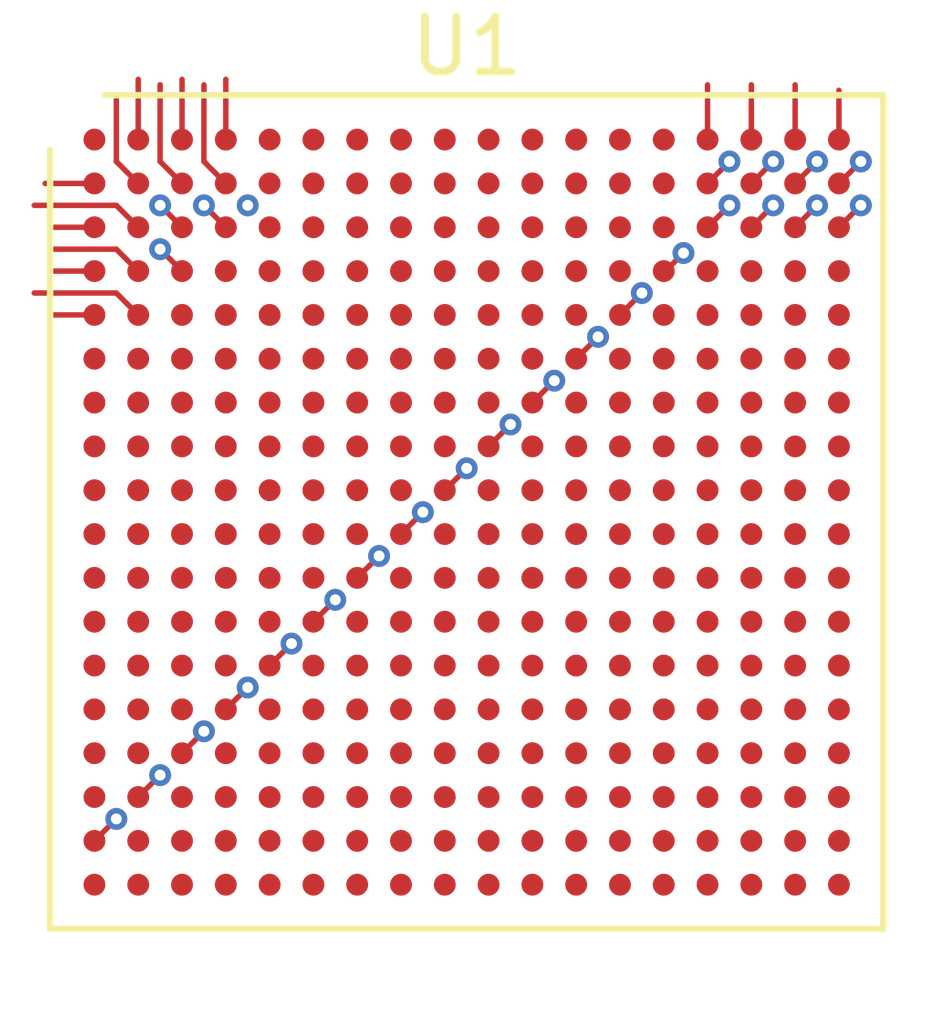
<source format=kicad_pcb>
(kicad_pcb (version 20211014) (generator pcbnew)
  (layers (0 "F.Cu" signal) (31 "B.Cu" signal) (34 "B.Paste" user) (35 "F.Paste" user) (36 "B.SilkS" user "B.Silkscreen") (37 "F.SilkS" user "F.Silkscreen") (38 "B.Mask" user) (39 "F.Mask" user) (44 "Edge.Cuts" user))
  (net 0 "")
  (net 1 "unconnected-(U1-PadA4)")
  (net 12 "unconnected-(U1-PadA15)")
  (net 13 "unconnected-(U1-PadA16)")
  (net 14 "unconnected-(U1-PadA18)")
  (net 15 "unconnected-(U1-PadB3)")
  (net 16 "unconnected-(U1-PadB4)")
  (net 24 "unconnected-(U1-PadB15)")
  (net 25 "unconnected-(U1-PadB16)")
  (net 36 "unconnected-(U1-PadC15)")
  (net 37 "unconnected-(U1-PadC16)")
  (net 38 "unconnected-(U1-PadC17)")
  (net 39 "unconnected-(U1-PadC18)")
  (net 54 "unconnected-(U1-PadE13)")
  (net 58 "unconnected-(U1-PadF12)")
  (net 67 "unconnected-(U1-PadG11)")
  (net 73 "unconnected-(U1-PadH10)")
  (net 108 "TCK")
  (net 109 "TMS")
  (footprint "mylib:Xilinx_CSG324" (layer "F.Cu") (at 87 116)
    (fp_text reference "U1" (at 0 -8.5) (layer "F.SilkS"))
    (fp_text value "XC6SLX100-CSG484")
    (fp_line (start 7.61 7.61) (end -7.61 7.61) (layer "F.SilkS") (width 0.12))
    (fp_line (start -6.61 -7.61) (end 7.61 -7.61) (layer "F.SilkS") (width 0.12))
    (fp_line (start 7.61 -7.61) (end 7.61 7.61) (layer "F.SilkS") (width 0.12))
    (fp_line (start -7.61 7.61) (end -7.61 -6.61) (layer "F.SilkS") (width 0.12))
    (pad "A1" smd circle (at -6.8 -6.8) (size 0.4 0.4) (layers "F.Cu" "F.Paste" "F.Mask"))
    (pad "A2" smd circle (at -6 -6.8) (size 0.4 0.4) (layers "F.Cu" "F.Paste" "F.Mask"))
    (pad "A3" smd circle (at -5.2 -6.8) (size 0.4 0.4) (layers "F.Cu" "F.Paste" "F.Mask"))
    (pad "A4" smd circle (at -4.4 -6.8) (size 0.4 0.4) (layers "F.Cu" "F.Paste" "F.Mask") (net 1 "unconnected-(U1-PadA4)"))
    (pad "A5" smd circle (at -3.6 -6.8) (size 0.4 0.4) (layers "F.Cu" "F.Paste" "F.Mask"))
    (pad "A6" smd circle (at -2.8 -6.8) (size 0.4 0.4) (layers "F.Cu" "F.Paste" "F.Mask"))
    (pad "A7" smd circle (at -2 -6.8) (size 0.4 0.4) (layers "F.Cu" "F.Paste" "F.Mask"))
    (pad "A8" smd circle (at -1.2 -6.8) (size 0.4 0.4) (layers "F.Cu" "F.Paste" "F.Mask"))
    (pad "A9" smd circle (at -0.4 -6.8) (size 0.4 0.4) (layers "F.Cu" "F.Paste" "F.Mask"))
    (pad "A10" smd circle (at 0.4 -6.8) (size 0.4 0.4) (layers "F.Cu" "F.Paste" "F.Mask"))
    (pad "A11" smd circle (at 1.2 -6.8) (size 0.4 0.4) (layers "F.Cu" "F.Paste" "F.Mask"))
    (pad "A12" smd circle (at 2 -6.8) (size 0.4 0.4) (layers "F.Cu" "F.Paste" "F.Mask"))
    (pad "A13" smd circle (at 2.8 -6.8) (size 0.4 0.4) (layers "F.Cu" "F.Paste" "F.Mask"))
    (pad "A14" smd circle (at 3.6 -6.8) (size 0.4 0.4) (layers "F.Cu" "F.Paste" "F.Mask"))
    (pad "A15" smd circle (at 4.4 -6.8) (size 0.4 0.4) (layers "F.Cu" "F.Paste" "F.Mask") (net 12 "unconnected-(U1-PadA15)"))
    (pad "A16" smd circle (at 5.2 -6.8) (size 0.4 0.4) (layers "F.Cu" "F.Paste" "F.Mask") (net 13 "unconnected-(U1-PadA16)"))
    (pad "A17" smd circle (at 6 -6.8) (size 0.4 0.4) (layers "F.Cu" "F.Paste" "F.Mask") (net 108 "TCK"))
    (pad "A18" smd circle (at 6.8 -6.8) (size 0.4 0.4) (layers "F.Cu" "F.Paste" "F.Mask") (net 14 "unconnected-(U1-PadA18)"))
    (pad "B1" smd circle (at -6.8 -6) (size 0.4 0.4) (layers "F.Cu" "F.Paste" "F.Mask"))
    (pad "B2" smd circle (at -6 -6) (size 0.4 0.4) (layers "F.Cu" "F.Paste" "F.Mask"))
    (pad "B3" smd circle (at -5.2 -6) (size 0.4 0.4) (layers "F.Cu" "F.Paste" "F.Mask") (net 15 "unconnected-(U1-PadB3)"))
    (pad "B4" smd circle (at -4.4 -6) (size 0.4 0.4) (layers "F.Cu" "F.Paste" "F.Mask") (net 16 "unconnected-(U1-PadB4)"))
    (pad "B5" smd circle (at -3.6 -6) (size 0.4 0.4) (layers "F.Cu" "F.Paste" "F.Mask"))
    (pad "B6" smd circle (at -2.8 -6) (size 0.4 0.4) (layers "F.Cu" "F.Paste" "F.Mask"))
    (pad "B7" smd circle (at -2 -6) (size 0.4 0.4) (layers "F.Cu" "F.Paste" "F.Mask"))
    (pad "B8" smd circle (at -1.2 -6) (size 0.4 0.4) (layers "F.Cu" "F.Paste" "F.Mask"))
    (pad "B9" smd circle (at -0.4 -6) (size 0.4 0.4) (layers "F.Cu" "F.Paste" "F.Mask"))
    (pad "B10" smd circle (at 0.4 -6) (size 0.4 0.4) (layers "F.Cu" "F.Paste" "F.Mask"))
    (pad "B11" smd circle (at 1.2 -6) (size 0.4 0.4) (layers "F.Cu" "F.Paste" "F.Mask"))
    (pad "B12" smd circle (at 2 -6) (size 0.4 0.4) (layers "F.Cu" "F.Paste" "F.Mask"))
    (pad "B13" smd circle (at 2.8 -6) (size 0.4 0.4) (layers "F.Cu" "F.Paste" "F.Mask"))
    (pad "B14" smd circle (at 3.6 -6) (size 0.4 0.4) (layers "F.Cu" "F.Paste" "F.Mask"))
    (pad "B15" smd circle (at 4.4 -6) (size 0.4 0.4) (layers "F.Cu" "F.Paste" "F.Mask") (net 24 "unconnected-(U1-PadB15)"))
    (pad "B16" smd circle (at 5.2 -6) (size 0.4 0.4) (layers "F.Cu" "F.Paste" "F.Mask") (net 25 "unconnected-(U1-PadB16)"))
    (pad "B17" smd circle (at 6 -6) (size 0.4 0.4) (layers "F.Cu" "F.Paste" "F.Mask"))
    (pad "B18" smd circle (at 6.8 -6) (size 0.4 0.4) (layers "F.Cu" "F.Paste" "F.Mask") (net 109 "TMS"))
    (pad "C1" smd circle (at -6.8 -5.2) (size 0.4 0.4) (layers "F.Cu" "F.Paste" "F.Mask"))
    (pad "C2" smd circle (at -6 -5.2) (size 0.4 0.4) (layers "F.Cu" "F.Paste" "F.Mask"))
    (pad "C3" smd circle (at -5.2 -5.2) (size 0.4 0.4) (layers "F.Cu" "F.Paste" "F.Mask"))
    (pad "C4" smd circle (at -4.4 -5.2) (size 0.4 0.4) (layers "F.Cu" "F.Paste" "F.Mask"))
    (pad "C5" smd circle (at -3.6 -5.2) (size 0.4 0.4) (layers "F.Cu" "F.Paste" "F.Mask"))
    (pad "C6" smd circle (at -2.8 -5.2) (size 0.4 0.4) (layers "F.Cu" "F.Paste" "F.Mask"))
    (pad "C7" smd circle (at -2 -5.2) (size 0.4 0.4) (layers "F.Cu" "F.Paste" "F.Mask"))
    (pad "C8" smd circle (at -1.2 -5.2) (size 0.4 0.4) (layers "F.Cu" "F.Paste" "F.Mask"))
    (pad "C9" smd circle (at -0.4 -5.2) (size 0.4 0.4) (layers "F.Cu" "F.Paste" "F.Mask"))
    (pad "C10" smd circle (at 0.4 -5.2) (size 0.4 0.4) (layers "F.Cu" "F.Paste" "F.Mask"))
    (pad "C11" smd circle (at 1.2 -5.2) (size 0.4 0.4) (layers "F.Cu" "F.Paste" "F.Mask"))
    (pad "C12" smd circle (at 2 -5.2) (size 0.4 0.4) (layers "F.Cu" "F.Paste" "F.Mask"))
    (pad "C13" smd circle (at 2.8 -5.2) (size 0.4 0.4) (layers "F.Cu" "F.Paste" "F.Mask"))
    (pad "C14" smd circle (at 3.6 -5.2) (size 0.4 0.4) (layers "F.Cu" "F.Paste" "F.Mask"))
    (pad "C15" smd circle (at 4.4 -5.2) (size 0.4 0.4) (layers "F.Cu" "F.Paste" "F.Mask") (net 36 "unconnected-(U1-PadC15)"))
    (pad "C16" smd circle (at 5.2 -5.2) (size 0.4 0.4) (layers "F.Cu" "F.Paste" "F.Mask") (net 37 "unconnected-(U1-PadC16)"))
    (pad "C17" smd circle (at 6 -5.2) (size 0.4 0.4) (layers "F.Cu" "F.Paste" "F.Mask") (net 38 "unconnected-(U1-PadC17)"))
    (pad "C18" smd circle (at 6.8 -5.2) (size 0.4 0.4) (layers "F.Cu" "F.Paste" "F.Mask") (net 39 "unconnected-(U1-PadC18)"))
    (pad "D1" smd circle (at -6.8 -4.4) (size 0.4 0.4) (layers "F.Cu" "F.Paste" "F.Mask"))
    (pad "D2" smd circle (at -6 -4.4) (size 0.4 0.4) (layers "F.Cu" "F.Paste" "F.Mask"))
    (pad "D3" smd circle (at -5.2 -4.4) (size 0.4 0.4) (layers "F.Cu" "F.Paste" "F.Mask"))
    (pad "D4" smd circle (at -4.4 -4.4) (size 0.4 0.4) (layers "F.Cu" "F.Paste" "F.Mask"))
    (pad "D5" smd circle (at -3.6 -4.4) (size 0.4 0.4) (layers "F.Cu" "F.Paste" "F.Mask"))
    (pad "D6" smd circle (at -2.8 -4.4) (size 0.4 0.4) (layers "F.Cu" "F.Paste" "F.Mask"))
    (pad "D7" smd circle (at -2 -4.4) (size 0.4 0.4) (layers "F.Cu" "F.Paste" "F.Mask"))
    (pad "D8" smd circle (at -1.2 -4.4) (size 0.4 0.4) (layers "F.Cu" "F.Paste" "F.Mask"))
    (pad "D9" smd circle (at -0.4 -4.4) (size 0.4 0.4) (layers "F.Cu" "F.Paste" "F.Mask"))
    (pad "D10" smd circle (at 0.4 -4.4) (size 0.4 0.4) (layers "F.Cu" "F.Paste" "F.Mask"))
    (pad "D11" smd circle (at 1.2 -4.4) (size 0.4 0.4) (layers "F.Cu" "F.Paste" "F.Mask"))
    (pad "D12" smd circle (at 2 -4.4) (size 0.4 0.4) (layers "F.Cu" "F.Paste" "F.Mask"))
    (pad "D13" smd circle (at 2.8 -4.4) (size 0.4 0.4) (layers "F.Cu" "F.Paste" "F.Mask"))
    (pad "D14" smd circle (at 3.6 -4.4) (size 0.4 0.4) (layers "F.Cu" "F.Paste" "F.Mask"))
    (pad "D15" smd circle (at 4.4 -4.4) (size 0.4 0.4) (layers "F.Cu" "F.Paste" "F.Mask"))
    (pad "D16" smd circle (at 5.2 -4.4) (size 0.4 0.4) (layers "F.Cu" "F.Paste" "F.Mask"))
    (pad "D17" smd circle (at 6 -4.4) (size 0.4 0.4) (layers "F.Cu" "F.Paste" "F.Mask"))
    (pad "D18" smd circle (at 6.8 -4.4) (size 0.4 0.4) (layers "F.Cu" "F.Paste" "F.Mask"))
    (pad "E1" smd circle (at -6.8 -3.6) (size 0.4 0.4) (layers "F.Cu" "F.Paste" "F.Mask"))
    (pad "E2" smd circle (at -6 -3.6) (size 0.4 0.4) (layers "F.Cu" "F.Paste" "F.Mask"))
    (pad "E3" smd circle (at -5.2 -3.6) (size 0.4 0.4) (layers "F.Cu" "F.Paste" "F.Mask"))
    (pad "E4" smd circle (at -4.4 -3.6) (size 0.4 0.4) (layers "F.Cu" "F.Paste" "F.Mask"))
    (pad "E5" smd circle (at -3.6 -3.6) (size 0.4 0.4) (layers "F.Cu" "F.Paste" "F.Mask"))
    (pad "E6" smd circle (at -2.8 -3.6) (size 0.4 0.4) (layers "F.Cu" "F.Paste" "F.Mask"))
    (pad "E7" smd circle (at -2 -3.6) (size 0.4 0.4) (layers "F.Cu" "F.Paste" "F.Mask"))
    (pad "E8" smd circle (at -1.2 -3.6) (size 0.4 0.4) (layers "F.Cu" "F.Paste" "F.Mask"))
    (pad "E9" smd circle (at -0.4 -3.6) (size 0.4 0.4) (layers "F.Cu" "F.Paste" "F.Mask"))
    (pad "E10" smd circle (at 0.4 -3.6) (size 0.4 0.4) (layers "F.Cu" "F.Paste" "F.Mask"))
    (pad "E11" smd circle (at 1.2 -3.6) (size 0.4 0.4) (layers "F.Cu" "F.Paste" "F.Mask"))
    (pad "E12" smd circle (at 2 -3.6) (size 0.4 0.4) (layers "F.Cu" "F.Paste" "F.Mask"))
    (pad "E13" smd circle (at 2.8 -3.6) (size 0.4 0.4) (layers "F.Cu" "F.Paste" "F.Mask") (net 54 "unconnected-(U1-PadE13)"))
    (pad "E14" smd circle (at 3.6 -3.6) (size 0.4 0.4) (layers "F.Cu" "F.Paste" "F.Mask"))
    (pad "E15" smd circle (at 4.4 -3.6) (size 0.4 0.4) (layers "F.Cu" "F.Paste" "F.Mask"))
    (pad "E16" smd circle (at 5.2 -3.6) (size 0.4 0.4) (layers "F.Cu" "F.Paste" "F.Mask"))
    (pad "E17" smd circle (at 6 -3.6) (size 0.4 0.4) (layers "F.Cu" "F.Paste" "F.Mask"))
    (pad "E18" smd circle (at 6.8 -3.6) (size 0.4 0.4) (layers "F.Cu" "F.Paste" "F.Mask"))
    (pad "F1" smd circle (at -6.8 -2.8) (size 0.4 0.4) (layers "F.Cu" "F.Paste" "F.Mask"))
    (pad "F2" smd circle (at -6 -2.8) (size 0.4 0.4) (layers "F.Cu" "F.Paste" "F.Mask"))
    (pad "F3" smd circle (at -5.2 -2.8) (size 0.4 0.4) (layers "F.Cu" "F.Paste" "F.Mask"))
    (pad "F4" smd circle (at -4.4 -2.8) (size 0.4 0.4) (layers "F.Cu" "F.Paste" "F.Mask"))
    (pad "F5" smd circle (at -3.6 -2.8) (size 0.4 0.4) (layers "F.Cu" "F.Paste" "F.Mask"))
    (pad "F6" smd circle (at -2.8 -2.8) (size 0.4 0.4) (layers "F.Cu" "F.Paste" "F.Mask"))
    (pad "F7" smd circle (at -2 -2.8) (size 0.4 0.4) (layers "F.Cu" "F.Paste" "F.Mask"))
    (pad "F8" smd circle (at -1.2 -2.8) (size 0.4 0.4) (layers "F.Cu" "F.Paste" "F.Mask"))
    (pad "F9" smd circle (at -0.4 -2.8) (size 0.4 0.4) (layers "F.Cu" "F.Paste" "F.Mask"))
    (pad "F10" smd circle (at 0.4 -2.8) (size 0.4 0.4) (layers "F.Cu" "F.Paste" "F.Mask"))
    (pad "F11" smd circle (at 1.2 -2.8) (size 0.4 0.4) (layers "F.Cu" "F.Paste" "F.Mask"))
    (pad "F12" smd circle (at 2 -2.8) (size 0.4 0.4) (layers "F.Cu" "F.Paste" "F.Mask") (net 58 "unconnected-(U1-PadF12)"))
    (pad "F13" smd circle (at 2.8 -2.8) (size 0.4 0.4) (layers "F.Cu" "F.Paste" "F.Mask"))
    (pad "F14" smd circle (at 3.6 -2.8) (size 0.4 0.4) (layers "F.Cu" "F.Paste" "F.Mask"))
    (pad "F15" smd circle (at 4.4 -2.8) (size 0.4 0.4) (layers "F.Cu" "F.Paste" "F.Mask"))
    (pad "F16" smd circle (at 5.2 -2.8) (size 0.4 0.4) (layers "F.Cu" "F.Paste" "F.Mask"))
    (pad "F17" smd circle (at 6 -2.8) (size 0.4 0.4) (layers "F.Cu" "F.Paste" "F.Mask"))
    (pad "F18" smd circle (at 6.8 -2.8) (size 0.4 0.4) (layers "F.Cu" "F.Paste" "F.Mask"))
    (pad "G1" smd circle (at -6.8 -2) (size 0.4 0.4) (layers "F.Cu" "F.Paste" "F.Mask"))
    (pad "G2" smd circle (at -6 -2) (size 0.4 0.4) (layers "F.Cu" "F.Paste" "F.Mask"))
    (pad "G3" smd circle (at -5.2 -2) (size 0.4 0.4) (layers "F.Cu" "F.Paste" "F.Mask"))
    (pad "G4" smd circle (at -4.4 -2) (size 0.4 0.4) (layers "F.Cu" "F.Paste" "F.Mask"))
    (pad "G5" smd circle (at -3.6 -2) (size 0.4 0.4) (layers "F.Cu" "F.Paste" "F.Mask"))
    (pad "G6" smd circle (at -2.8 -2) (size 0.4 0.4) (layers "F.Cu" "F.Paste" "F.Mask"))
    (pad "G7" smd circle (at -2 -2) (size 0.4 0.4) (layers "F.Cu" "F.Paste" "F.Mask"))
    (pad "G8" smd circle (at -1.2 -2) (size 0.4 0.4) (layers "F.Cu" "F.Paste" "F.Mask"))
    (pad "G9" smd circle (at -0.4 -2) (size 0.4 0.4) (layers "F.Cu" "F.Paste" "F.Mask"))
    (pad "G10" smd circle (at 0.4 -2) (size 0.4 0.4) (layers "F.Cu" "F.Paste" "F.Mask"))
    (pad "G11" smd circle (at 1.2 -2) (size 0.4 0.4) (layers "F.Cu" "F.Paste" "F.Mask") (net 67 "unconnected-(U1-PadG11)"))
    (pad "G12" smd circle (at 2 -2) (size 0.4 0.4) (layers "F.Cu" "F.Paste" "F.Mask"))
    (pad "G13" smd circle (at 2.8 -2) (size 0.4 0.4) (layers "F.Cu" "F.Paste" "F.Mask"))
    (pad "G14" smd circle (at 3.6 -2) (size 0.4 0.4) (layers "F.Cu" "F.Paste" "F.Mask"))
    (pad "G15" smd circle (at 4.4 -2) (size 0.4 0.4) (layers "F.Cu" "F.Paste" "F.Mask"))
    (pad "G16" smd circle (at 5.2 -2) (size 0.4 0.4) (layers "F.Cu" "F.Paste" "F.Mask"))
    (pad "G17" smd circle (at 6 -2) (size 0.4 0.4) (layers "F.Cu" "F.Paste" "F.Mask"))
    (pad "G18" smd circle (at 6.8 -2) (size 0.4 0.4) (layers "F.Cu" "F.Paste" "F.Mask"))
    (pad "H1" smd circle (at -6.8 -1.2) (size 0.4 0.4) (layers "F.Cu" "F.Paste" "F.Mask"))
    (pad "H2" smd circle (at -6 -1.2) (size 0.4 0.4) (layers "F.Cu" "F.Paste" "F.Mask"))
    (pad "H3" smd circle (at -5.2 -1.2) (size 0.4 0.4) (layers "F.Cu" "F.Paste" "F.Mask"))
    (pad "H4" smd circle (at -4.4 -1.2) (size 0.4 0.4) (layers "F.Cu" "F.Paste" "F.Mask"))
    (pad "H5" smd circle (at -3.6 -1.2) (size 0.4 0.4) (layers "F.Cu" "F.Paste" "F.Mask"))
    (pad "H6" smd circle (at -2.8 -1.2) (size 0.4 0.4) (layers "F.Cu" "F.Paste" "F.Mask"))
    (pad "H7" smd circle (at -2 -1.2) (size 0.4 0.4) (layers "F.Cu" "F.Paste" "F.Mask"))
    (pad "H8" smd circle (at -1.2 -1.2) (size 0.4 0.4) (layers "F.Cu" "F.Paste" "F.Mask"))
    (pad "H9" smd circle (at -0.4 -1.2) (size 0.4 0.4) (layers "F.Cu" "F.Paste" "F.Mask"))
    (pad "H10" smd circle (at 0.4 -1.2) (size 0.4 0.4) (layers "F.Cu" "F.Paste" "F.Mask") (net 73 "unconnected-(U1-PadH10)"))
    (pad "H11" smd circle (at 1.2 -1.2) (size 0.4 0.4) (layers "F.Cu" "F.Paste" "F.Mask"))
    (pad "H12" smd circle (at 2 -1.2) (size 0.4 0.4) (layers "F.Cu" "F.Paste" "F.Mask"))
    (pad "H13" smd circle (at 2.8 -1.2) (size 0.4 0.4) (layers "F.Cu" "F.Paste" "F.Mask"))
    (pad "H14" smd circle (at 3.6 -1.2) (size 0.4 0.4) (layers "F.Cu" "F.Paste" "F.Mask"))
    (pad "H15" smd circle (at 4.4 -1.2) (size 0.4 0.4) (layers "F.Cu" "F.Paste" "F.Mask"))
    (pad "H16" smd circle (at 5.2 -1.2) (size 0.4 0.4) (layers "F.Cu" "F.Paste" "F.Mask"))
    (pad "H17" smd circle (at 6 -1.2) (size 0.4 0.4) (layers "F.Cu" "F.Paste" "F.Mask"))
    (pad "H18" smd circle (at 6.8 -1.2) (size 0.4 0.4) (layers "F.Cu" "F.Paste" "F.Mask"))
    (pad "J1" smd circle (at -6.8 -0.4) (size 0.4 0.4) (layers "F.Cu" "F.Paste" "F.Mask"))
    (pad "J2" smd circle (at -6 -0.4) (size 0.4 0.4) (layers "F.Cu" "F.Paste" "F.Mask"))
    (pad "J3" smd circle (at -5.2 -0.4) (size 0.4 0.4) (layers "F.Cu" "F.Paste" "F.Mask"))
    (pad "J4" smd circle (at -4.4 -0.4) (size 0.4 0.4) (layers "F.Cu" "F.Paste" "F.Mask"))
    (pad "J5" smd circle (at -3.6 -0.4) (size 0.4 0.4) (layers "F.Cu" "F.Paste" "F.Mask"))
    (pad "J6" smd circle (at -2.8 -0.4) (size 0.4 0.4) (layers "F.Cu" "F.Paste" "F.Mask"))
    (pad "J7" smd circle (at -2 -0.4) (size 0.4 0.4) (layers "F.Cu" "F.Paste" "F.Mask"))
    (pad "J8" smd circle (at -1.2 -0.4) (size 0.4 0.4) (layers "F.Cu" "F.Paste" "F.Mask"))
    (pad "J9" smd circle (at -0.4 -0.4) (size 0.4 0.4) (layers "F.Cu" "F.Paste" "F.Mask"))
    (pad "J10" smd circle (at 0.4 -0.4) (size 0.4 0.4) (layers "F.Cu" "F.Paste" "F.Mask"))
    (pad "J11" smd circle (at 1.2 -0.4) (size 0.4 0.4) (layers "F.Cu" "F.Paste" "F.Mask"))
    (pad "J12" smd circle (at 2 -0.4) (size 0.4 0.4) (layers "F.Cu" "F.Paste" "F.Mask"))
    (pad "J13" smd circle (at 2.8 -0.4) (size 0.4 0.4) (layers "F.Cu" "F.Paste" "F.Mask"))
    (pad "J14" smd circle (at 3.6 -0.4) (size 0.4 0.4) (layers "F.Cu" "F.Paste" "F.Mask"))
    (pad "J15" smd circle (at 4.4 -0.4) (size 0.4 0.4) (layers "F.Cu" "F.Paste" "F.Mask"))
    (pad "J16" smd circle (at 5.2 -0.4) (size 0.4 0.4) (layers "F.Cu" "F.Paste" "F.Mask"))
    (pad "J17" smd circle (at 6 -0.4) (size 0.4 0.4) (layers "F.Cu" "F.Paste" "F.Mask"))
    (pad "J18" smd circle (at 6.8 -0.4) (size 0.4 0.4) (layers "F.Cu" "F.Paste" "F.Mask"))
    (pad "K1" smd circle (at -6.8 0.4) (size 0.4 0.4) (layers "F.Cu" "F.Paste" "F.Mask"))
    (pad "K2" smd circle (at -6 0.4) (size 0.4 0.4) (layers "F.Cu" "F.Paste" "F.Mask"))
    (pad "K3" smd circle (at -5.2 0.4) (size 0.4 0.4) (layers "F.Cu" "F.Paste" "F.Mask"))
    (pad "K4" smd circle (at -4.4 0.4) (size 0.4 0.4) (layers "F.Cu" "F.Paste" "F.Mask"))
    (pad "K5" smd circle (at -3.6 0.4) (size 0.4 0.4) (layers "F.Cu" "F.Paste" "F.Mask"))
    (pad "K6" smd circle (at -2.8 0.4) (size 0.4 0.4) (layers "F.Cu" "F.Paste" "F.Mask"))
    (pad "K7" smd circle (at -2 0.4) (size 0.4 0.4) (layers "F.Cu" "F.Paste" "F.Mask"))
    (pad "K8" smd circle (at -1.2 0.4) (size 0.4 0.4) (layers "F.Cu" "F.Paste" "F.Mask"))
    (pad "K9" smd circle (at -0.4 0.4) (size 0.4 0.4) (layers "F.Cu" "F.Paste" "F.Mask"))
    (pad "K10" smd circle (at 0.4 0.4) (size 0.4 0.4) (layers "F.Cu" "F.Paste" "F.Mask"))
    (pad "K11" smd circle (at 1.2 0.4) (size 0.4 0.4) (layers "F.Cu" "F.Paste" "F.Mask"))
    (pad "K12" smd circle (at 2 0.4) (size 0.4 0.4) (layers "F.Cu" "F.Paste" "F.Mask"))
    (pad "K13" smd circle (at 2.8 0.4) (size 0.4 0.4) (layers "F.Cu" "F.Paste" "F.Mask"))
    (pad "K14" smd circle (at 3.6 0.4) (size 0.4 0.4) (layers "F.Cu" "F.Paste" "F.Mask"))
    (pad "K15" smd circle (at 4.4 0.4) (size 0.4 0.4) (layers "F.Cu" "F.Paste" "F.Mask"))
    (pad "K16" smd circle (at 5.2 0.4) (size 0.4 0.4) (layers "F.Cu" "F.Paste" "F.Mask"))
    (pad "K17" smd circle (at 6 0.4) (size 0.4 0.4) (layers "F.Cu" "F.Paste" "F.Mask"))
    (pad "K18" smd circle (at 6.8 0.4) (size 0.4 0.4) (layers "F.Cu" "F.Paste" "F.Mask"))
    (pad "L1" smd circle (at -6.8 1.2) (size 0.4 0.4) (layers "F.Cu" "F.Paste" "F.Mask"))
    (pad "L2" smd circle (at -6 1.2) (size 0.4 0.4) (layers "F.Cu" "F.Paste" "F.Mask"))
    (pad "L3" smd circle (at -5.2 1.2) (size 0.4 0.4) (layers "F.Cu" "F.Paste" "F.Mask"))
    (pad "L4" smd circle (at -4.4 1.2) (size 0.4 0.4) (layers "F.Cu" "F.Paste" "F.Mask"))
    (pad "L5" smd circle (at -3.6 1.2) (size 0.4 0.4) (layers "F.Cu" "F.Paste" "F.Mask"))
    (pad "L6" smd circle (at -2.8 1.2) (size 0.4 0.4) (layers "F.Cu" "F.Paste" "F.Mask"))
    (pad "L7" smd circle (at -2 1.2) (size 0.4 0.4) (layers "F.Cu" "F.Paste" "F.Mask"))
    (pad "L8" smd circle (at -1.2 1.2) (size 0.4 0.4) (layers "F.Cu" "F.Paste" "F.Mask"))
    (pad "L9" smd circle (at -0.4 1.2) (size 0.4 0.4) (layers "F.Cu" "F.Paste" "F.Mask"))
    (pad "L10" smd circle (at 0.4 1.2) (size 0.4 0.4) (layers "F.Cu" "F.Paste" "F.Mask"))
    (pad "L11" smd circle (at 1.2 1.2) (size 0.4 0.4) (layers "F.Cu" "F.Paste" "F.Mask"))
    (pad "L12" smd circle (at 2 1.2) (size 0.4 0.4) (layers "F.Cu" "F.Paste" "F.Mask"))
    (pad "L13" smd circle (at 2.8 1.2) (size 0.4 0.4) (layers "F.Cu" "F.Paste" "F.Mask"))
    (pad "L14" smd circle (at 3.6 1.2) (size 0.4 0.4) (layers "F.Cu" "F.Paste" "F.Mask"))
    (pad "L15" smd circle (at 4.4 1.2) (size 0.4 0.4) (layers "F.Cu" "F.Paste" "F.Mask"))
    (pad "L16" smd circle (at 5.2 1.2) (size 0.4 0.4) (layers "F.Cu" "F.Paste" "F.Mask"))
    (pad "L17" smd circle (at 6 1.2) (size 0.4 0.4) (layers "F.Cu" "F.Paste" "F.Mask"))
    (pad "L18" smd circle (at 6.8 1.2) (size 0.4 0.4) (layers "F.Cu" "F.Paste" "F.Mask"))
    (pad "M1" smd circle (at -6.8 2) (size 0.4 0.4) (layers "F.Cu" "F.Paste" "F.Mask"))
    (pad "M2" smd circle (at -6 2) (size 0.4 0.4) (layers "F.Cu" "F.Paste" "F.Mask"))
    (pad "M3" smd circle (at -5.2 2) (size 0.4 0.4) (layers "F.Cu" "F.Paste" "F.Mask"))
    (pad "M4" smd circle (at -4.4 2) (size 0.4 0.4) (layers "F.Cu" "F.Paste" "F.Mask"))
    (pad "M5" smd circle (at -3.6 2) (size 0.4 0.4) (layers "F.Cu" "F.Paste" "F.Mask"))
    (pad "M6" smd circle (at -2.8 2) (size 0.4 0.4) (layers "F.Cu" "F.Paste" "F.Mask"))
    (pad "M7" smd circle (at -2 2) (size 0.4 0.4) (layers "F.Cu" "F.Paste" "F.Mask"))
    (pad "M8" smd circle (at -1.2 2) (size 0.4 0.4) (layers "F.Cu" "F.Paste" "F.Mask"))
    (pad "M9" smd circle (at -0.4 2) (size 0.4 0.4) (layers "F.Cu" "F.Paste" "F.Mask"))
    (pad "M10" smd circle (at 0.4 2) (size 0.4 0.4) (layers "F.Cu" "F.Paste" "F.Mask"))
    (pad "M11" smd circle (at 1.2 2) (size 0.4 0.4) (layers "F.Cu" "F.Paste" "F.Mask"))
    (pad "M12" smd circle (at 2 2) (size 0.4 0.4) (layers "F.Cu" "F.Paste" "F.Mask"))
    (pad "M13" smd circle (at 2.8 2) (size 0.4 0.4) (layers "F.Cu" "F.Paste" "F.Mask"))
    (pad "M14" smd circle (at 3.6 2) (size 0.4 0.4) (layers "F.Cu" "F.Paste" "F.Mask"))
    (pad "M15" smd circle (at 4.4 2) (size 0.4 0.4) (layers "F.Cu" "F.Paste" "F.Mask"))
    (pad "M16" smd circle (at 5.2 2) (size 0.4 0.4) (layers "F.Cu" "F.Paste" "F.Mask"))
    (pad "M17" smd circle (at 6 2) (size 0.4 0.4) (layers "F.Cu" "F.Paste" "F.Mask"))
    (pad "M18" smd circle (at 6.8 2) (size 0.4 0.4) (layers "F.Cu" "F.Paste" "F.Mask"))
    (pad "N1" smd circle (at -6.8 2.8) (size 0.4 0.4) (layers "F.Cu" "F.Paste" "F.Mask"))
    (pad "N2" smd circle (at -6 2.8) (size 0.4 0.4) (layers "F.Cu" "F.Paste" "F.Mask"))
    (pad "N3" smd circle (at -5.2 2.8) (size 0.4 0.4) (layers "F.Cu" "F.Paste" "F.Mask"))
    (pad "N4" smd circle (at -4.4 2.8) (size 0.4 0.4) (layers "F.Cu" "F.Paste" "F.Mask"))
    (pad "N5" smd circle (at -3.6 2.8) (size 0.4 0.4) (layers "F.Cu" "F.Paste" "F.Mask"))
    (pad "N6" smd circle (at -2.8 2.8) (size 0.4 0.4) (layers "F.Cu" "F.Paste" "F.Mask"))
    (pad "N7" smd circle (at -2 2.8) (size 0.4 0.4) (layers "F.Cu" "F.Paste" "F.Mask"))
    (pad "N8" smd circle (at -1.2 2.8) (size 0.4 0.4) (layers "F.Cu" "F.Paste" "F.Mask"))
    (pad "N9" smd circle (at -0.4 2.8) (size 0.4 0.4) (layers "F.Cu" "F.Paste" "F.Mask"))
    (pad "N10" smd circle (at 0.4 2.8) (size 0.4 0.4) (layers "F.Cu" "F.Paste" "F.Mask"))
    (pad "N11" smd circle (at 1.2 2.8) (size 0.4 0.4) (layers "F.Cu" "F.Paste" "F.Mask"))
    (pad "N12" smd circle (at 2 2.8) (size 0.4 0.4) (layers "F.Cu" "F.Paste" "F.Mask"))
    (pad "N13" smd circle (at 2.8 2.8) (size 0.4 0.4) (layers "F.Cu" "F.Paste" "F.Mask"))
    (pad "N14" smd circle (at 3.6 2.8) (size 0.4 0.4) (layers "F.Cu" "F.Paste" "F.Mask"))
    (pad "N15" smd circle (at 4.4 2.8) (size 0.4 0.4) (layers "F.Cu" "F.Paste" "F.Mask"))
    (pad "N16" smd circle (at 5.2 2.8) (size 0.4 0.4) (layers "F.Cu" "F.Paste" "F.Mask"))
    (pad "N17" smd circle (at 6 2.8) (size 0.4 0.4) (layers "F.Cu" "F.Paste" "F.Mask"))
    (pad "N18" smd circle (at 6.8 2.8) (size 0.4 0.4) (layers "F.Cu" "F.Paste" "F.Mask"))
    (pad "P1" smd circle (at -6.8 3.6) (size 0.4 0.4) (layers "F.Cu" "F.Paste" "F.Mask"))
    (pad "P2" smd circle (at -6 3.6) (size 0.4 0.4) (layers "F.Cu" "F.Paste" "F.Mask"))
    (pad "P3" smd circle (at -5.2 3.6) (size 0.4 0.4) (layers "F.Cu" "F.Paste" "F.Mask"))
    (pad "P4" smd circle (at -4.4 3.6) (size 0.4 0.4) (layers "F.Cu" "F.Paste" "F.Mask"))
    (pad "P5" smd circle (at -3.6 3.6) (size 0.4 0.4) (layers "F.Cu" "F.Paste" "F.Mask"))
    (pad "P6" smd circle (at -2.8 3.6) (size 0.4 0.4) (layers "F.Cu" "F.Paste" "F.Mask"))
    (pad "P7" smd circle (at -2 3.6) (size 0.4 0.4) (layers "F.Cu" "F.Paste" "F.Mask"))
    (pad "P8" smd circle (at -1.2 3.6) (size 0.4 0.4) (layers "F.Cu" "F.Paste" "F.Mask"))
    (pad "P9" smd circle (at -0.4 3.6) (size 0.4 0.4) (layers "F.Cu" "F.Paste" "F.Mask"))
    (pad "P10" smd circle (at 0.4 3.6) (size 0.4 0.4) (layers "F.Cu" "F.Paste" "F.Mask"))
    (pad "P11" smd circle (at 1.2 3.6) (size 0.4 0.4) (layers "F.Cu" "F.Paste" "F.Mask"))
    (pad "P12" smd circle (at 2 3.6) (size 0.4 0.4) (layers "F.Cu" "F.Paste" "F.Mask"))
    (pad "P13" smd circle (at 2.8 3.6) (size 0.4 0.4) (layers "F.Cu" "F.Paste" "F.Mask"))
    (pad "P14" smd circle (at 3.6 3.6) (size 0.4 0.4) (layers "F.Cu" "F.Paste" "F.Mask"))
    (pad "P15" smd circle (at 4.4 3.6) (size 0.4 0.4) (layers "F.Cu" "F.Paste" "F.Mask"))
    (pad "P16" smd circle (at 5.2 3.6) (size 0.4 0.4) (layers "F.Cu" "F.Paste" "F.Mask"))
    (pad "P17" smd circle (at 6 3.6) (size 0.4 0.4) (layers "F.Cu" "F.Paste" "F.Mask"))
    (pad "P18" smd circle (at 6.8 3.6) (size 0.4 0.4) (layers "F.Cu" "F.Paste" "F.Mask"))
    (pad "R1" smd circle (at -6.8 4.4) (size 0.4 0.4) (layers "F.Cu" "F.Paste" "F.Mask"))
    (pad "R2" smd circle (at -6 4.4) (size 0.4 0.4) (layers "F.Cu" "F.Paste" "F.Mask"))
    (pad "R3" smd circle (at -5.2 4.4) (size 0.4 0.4) (layers "F.Cu" "F.Paste" "F.Mask"))
    (pad "R4" smd circle (at -4.4 4.4) (size 0.4 0.4) (layers "F.Cu" "F.Paste" "F.Mask"))
    (pad "R5" smd circle (at -3.6 4.4) (size 0.4 0.4) (layers "F.Cu" "F.Paste" "F.Mask"))
    (pad "R6" smd circle (at -2.8 4.4) (size 0.4 0.4) (layers "F.Cu" "F.Paste" "F.Mask"))
    (pad "R7" smd circle (at -2 4.4) (size 0.4 0.4) (layers "F.Cu" "F.Paste" "F.Mask"))
    (pad "R8" smd circle (at -1.2 4.4) (size 0.4 0.4) (layers "F.Cu" "F.Paste" "F.Mask"))
    (pad "R9" smd circle (at -0.4 4.4) (size 0.4 0.4) (layers "F.Cu" "F.Paste" "F.Mask"))
    (pad "R10" smd circle (at 0.4 4.4) (size 0.4 0.4) (layers "F.Cu" "F.Paste" "F.Mask"))
    (pad "R11" smd circle (at 1.2 4.4) (size 0.4 0.4) (layers "F.Cu" "F.Paste" "F.Mask"))
    (pad "R12" smd circle (at 2 4.4) (size 0.4 0.4) (layers "F.Cu" "F.Paste" "F.Mask"))
    (pad "R13" smd circle (at 2.8 4.4) (size 0.4 0.4) (layers "F.Cu" "F.Paste" "F.Mask"))
    (pad "R14" smd circle (at 3.6 4.4) (size 0.4 0.4) (layers "F.Cu" "F.Paste" "F.Mask"))
    (pad "R15" smd circle (at 4.4 4.4) (size 0.4 0.4) (layers "F.Cu" "F.Paste" "F.Mask"))
    (pad "R16" smd circle (at 5.2 4.4) (size 0.4 0.4) (layers "F.Cu" "F.Paste" "F.Mask"))
    (pad "R17" smd circle (at 6 4.4) (size 0.4 0.4) (layers "F.Cu" "F.Paste" "F.Mask"))
    (pad "R18" smd circle (at 6.8 4.4) (size 0.4 0.4) (layers "F.Cu" "F.Paste" "F.Mask"))
    (pad "T1" smd circle (at -6.8 5.2) (size 0.4 0.4) (layers "F.Cu" "F.Paste" "F.Mask"))
    (pad "T2" smd circle (at -6 5.2) (size 0.4 0.4) (layers "F.Cu" "F.Paste" "F.Mask"))
    (pad "T3" smd circle (at -5.2 5.2) (size 0.4 0.4) (layers "F.Cu" "F.Paste" "F.Mask"))
    (pad "T4" smd circle (at -4.4 5.2) (size 0.4 0.4) (layers "F.Cu" "F.Paste" "F.Mask"))
    (pad "T5" smd circle (at -3.6 5.2) (size 0.4 0.4) (layers "F.Cu" "F.Paste" "F.Mask"))
    (pad "T6" smd circle (at -2.8 5.2) (size 0.4 0.4) (layers "F.Cu" "F.Paste" "F.Mask"))
    (pad "T7" smd circle (at -2 5.2) (size 0.4 0.4) (layers "F.Cu" "F.Paste" "F.Mask"))
    (pad "T8" smd circle (at -1.2 5.2) (size 0.4 0.4) (layers "F.Cu" "F.Paste" "F.Mask"))
    (pad "T9" smd circle (at -0.4 5.2) (size 0.4 0.4) (layers "F.Cu" "F.Paste" "F.Mask"))
    (pad "T10" smd circle (at 0.4 5.2) (size 0.4 0.4) (layers "F.Cu" "F.Paste" "F.Mask"))
    (pad "T11" smd circle (at 1.2 5.2) (size 0.4 0.4) (layers "F.Cu" "F.Paste" "F.Mask"))
    (pad "T12" smd circle (at 2 5.2) (size 0.4 0.4) (layers "F.Cu" "F.Paste" "F.Mask"))
    (pad "T13" smd circle (at 2.8 5.2) (size 0.4 0.4) (layers "F.Cu" "F.Paste" "F.Mask"))
    (pad "T14" smd circle (at 3.6 5.2) (size 0.4 0.4) (layers "F.Cu" "F.Paste" "F.Mask"))
    (pad "T15" smd circle (at 4.4 5.2) (size 0.4 0.4) (layers "F.Cu" "F.Paste" "F.Mask"))
    (pad "T16" smd circle (at 5.2 5.2) (size 0.4 0.4) (layers "F.Cu" "F.Paste" "F.Mask"))
    (pad "T17" smd circle (at 6 5.2) (size 0.4 0.4) (layers "F.Cu" "F.Paste" "F.Mask"))
    (pad "T18" smd circle (at 6.8 5.2) (size 0.4 0.4) (layers "F.Cu" "F.Paste" "F.Mask"))
    (pad "U1" smd circle (at -6.8 6) (size 0.4 0.4) (layers "F.Cu" "F.Paste" "F.Mask"))
    (pad "U2" smd circle (at -6 6) (size 0.4 0.4) (layers "F.Cu" "F.Paste" "F.Mask"))
    (pad "U3" smd circle (at -5.2 6) (size 0.4 0.4) (layers "F.Cu" "F.Paste" "F.Mask"))
    (pad "U4" smd circle (at -4.4 6) (size 0.4 0.4) (layers "F.Cu" "F.Paste" "F.Mask"))
    (pad "U5" smd circle (at -3.6 6) (size 0.4 0.4) (layers "F.Cu" "F.Paste" "F.Mask"))
    (pad "U6" smd circle (at -2.8 6) (size 0.4 0.4) (layers "F.Cu" "F.Paste" "F.Mask"))
    (pad "U7" smd circle (at -2 6) (size 0.4 0.4) (layers "F.Cu" "F.Paste" "F.Mask"))
    (pad "U8" smd circle (at -1.2 6) (size 0.4 0.4) (layers "F.Cu" "F.Paste" "F.Mask"))
    (pad "U9" smd circle (at -0.4 6) (size 0.4 0.4) (layers "F.Cu" "F.Paste" "F.Mask"))
    (pad "U10" smd circle (at 0.4 6) (size 0.4 0.4) (layers "F.Cu" "F.Paste" "F.Mask"))
    (pad "U11" smd circle (at 1.2 6) (size 0.4 0.4) (layers "F.Cu" "F.Paste" "F.Mask"))
    (pad "U12" smd circle (at 2 6) (size 0.4 0.4) (layers "F.Cu" "F.Paste" "F.Mask"))
    (pad "U13" smd circle (at 2.8 6) (size 0.4 0.4) (layers "F.Cu" "F.Paste" "F.Mask"))
    (pad "U14" smd circle (at 3.6 6) (size 0.4 0.4) (layers "F.Cu" "F.Paste" "F.Mask"))
    (pad "U15" smd circle (at 4.4 6) (size 0.4 0.4) (layers "F.Cu" "F.Paste" "F.Mask"))
    (pad "U16" smd circle (at 5.2 6) (size 0.4 0.4) (layers "F.Cu" "F.Paste" "F.Mask"))
    (pad "U17" smd circle (at 6 6) (size 0.4 0.4) (layers "F.Cu" "F.Paste" "F.Mask"))
    (pad "U18" smd circle (at 6.8 6) (size 0.4 0.4) (layers "F.Cu" "F.Paste" "F.Mask"))
    (pad "V1" smd circle (at -6.8 6.8) (size 0.4 0.4) (layers "F.Cu" "F.Paste" "F.Mask"))
    (pad "V2" smd circle (at -6 6.8) (size 0.4 0.4) (layers "F.Cu" "F.Paste" "F.Mask"))
    (pad "V3" smd circle (at -5.2 6.8) (size 0.4 0.4) (layers "F.Cu" "F.Paste" "F.Mask"))
    (pad "V4" smd circle (at -4.4 6.8) (size 0.4 0.4) (layers "F.Cu" "F.Paste" "F.Mask"))
    (pad "V5" smd circle (at -3.6 6.8) (size 0.4 0.4) (layers "F.Cu" "F.Paste" "F.Mask"))
    (pad "V6" smd circle (at -2.8 6.8) (size 0.4 0.4) (layers "F.Cu" "F.Paste" "F.Mask"))
    (pad "V7" smd circle (at -2 6.8) (size 0.4 0.4) (layers "F.Cu" "F.Paste" "F.Mask"))
    (pad "V8" smd circle (at -1.2 6.8) (size 0.4 0.4) (layers "F.Cu" "F.Paste" "F.Mask"))
    (pad "V9" smd circle (at -0.4 6.8) (size 0.4 0.4) (layers "F.Cu" "F.Paste" "F.Mask"))
    (pad "V10" smd circle (at 0.4 6.8) (size 0.4 0.4) (layers "F.Cu" "F.Paste" "F.Mask"))
    (pad "V11" smd circle (at 1.2 6.8) (size 0.4 0.4) (layers "F.Cu" "F.Paste" "F.Mask"))
    (pad "V12" smd circle (at 2 6.8) (size 0.4 0.4) (layers "F.Cu" "F.Paste" "F.Mask"))
    (pad "V13" smd circle (at 2.8 6.8) (size 0.4 0.4) (layers "F.Cu" "F.Paste" "F.Mask"))
    (pad "V14" smd circle (at 3.6 6.8) (size 0.4 0.4) (layers "F.Cu" "F.Paste" "F.Mask"))
    (pad "V15" smd circle (at 4.4 6.8) (size 0.4 0.4) (layers "F.Cu" "F.Paste" "F.Mask"))
    (pad "V16" smd circle (at 5.2 6.8) (size 0.4 0.4) (layers "F.Cu" "F.Paste" "F.Mask"))
    (pad "V17" smd circle (at 6 6.8) (size 0.4 0.4) (layers "F.Cu" "F.Paste" "F.Mask"))
    (pad "V18" smd circle (at 6.8 6.8) (size 0.4 0.4) (layers "F.Cu" "F.Paste" "F.Mask"))
  )
  (segment (start 80.2 111.6) (end 79.4 111.6) (width 0.1) (layer "F.Cu") (net 0))
  (segment (start 93 110) (end 93.4 109.6) (width 0.1) (layer "F.Cu") (net 0))
  (segment (start 85.8 116.4) (end 86.2 116) (width 0.1) (layer "F.Cu") (net 0))
  (segment (start 84.2 118) (end 84.6 117.6) (width 0.1) (layer "F.Cu") (net 0))
  (segment (start 80.6 110.4) (end 79.1 110.4) (width 0.1) (layer "F.Cu") (net 0))
  (segment (start 81.8 111.6) (end 81.4 111.2) (width 0.1) (layer "F.Cu") (net 0))
  (segment (start 80.6 109.6) (end 80.6 108.4) (width 0.1) (layer "F.Cu") (net 0))
  (segment (start 80.2 112.4) (end 79.4 112.4) (width 0.1) (layer "F.Cu") (net 0))
  (segment (start 81 112.4) (end 80.6 112) (width 0.1) (layer "F.Cu") (net 0))
  (segment (start 81.8 120.4) (end 82.2 120) (width 0.1) (layer "F.Cu") (net 0))
  (segment (start 80.2 110.8) (end 79.4 110.8) (width 0.1) (layer "F.Cu") (net 0))
  (segment (start 80.6 111.2) (end 79.4 111.2) (width 0.1) (layer "F.Cu") (net 0))
  (segment (start 80.2 122) (end 80.6 121.6) (width 0.1) (layer "F.Cu") (net 0))
  (segment (start 82.6 110.8) (end 82.2 110.4) (width 0.1) (layer "F.Cu") (net 0))
  (segment (start 90.6 111.6) (end 90.630696 111.6) (width 0.1) (layer "F.Cu") (net 0))
  (segment (start 81.8 109.2) (end 81.8 108.1) (width 0.1) (layer "F.Cu") (net 0))
  (segment (start 90.630696 111.6) (end 90.960398 111.270298) (width 0.1) (layer "F.Cu") (net 0))
  (segment (start 80.6 112) (end 79.1 112) (width 0.1) (layer "F.Cu") (net 0))
  (segment (start 82.6 119.6) (end 83 119.2) (width 0.1) (layer "F.Cu") (net 0))
  (segment (start 81.8 110.8) (end 81.4 110.4) (width 0.1) (layer "F.Cu") (net 0))
  (segment (start 80.2 110) (end 79.3 110) (width 0.1) (layer "F.Cu") (net 0))
  (segment (start 81 109.2) (end 81 108.1) (width 0.1) (layer "F.Cu") (net 0))
  (segment (start 85 117.2) (end 85.4 116.8) (width 0.1) (layer "F.Cu") (net 0))
  (segment (start 83.4 118.8) (end 83.8 118.4) (width 0.1) (layer "F.Cu") (net 0))
  (segment (start 81 110.8) (end 80.6 110.4) (width 0.1) (layer "F.Cu") (net 0))
  (segment (start 81 110) (end 80.6 109.6) (width 0.1) (layer "F.Cu") (net 0))
  (segment (start 81 121.2) (end 81.4 120.8) (width 0.1) (layer "F.Cu") (net 0))
  (segment (start 86.6 115.6) (end 87 115.2) (width 0.1) (layer "F.Cu") (net 0))
  (segment (start 81 111.6) (end 80.6 111.2) (width 0.1) (layer "F.Cu") (net 0))
  (via (at 80.6 121.6) (size 0.4) (drill 0.2) (layers "F.Cu" "B.Cu") (net 0))
  (via (at 86.2 116) (size 0.4) (drill 0.2) (layers "F.Cu" "B.Cu") (net 0))
  (via (at 85.4 116.8) (size 0.4) (drill 0.2) (layers "F.Cu" "B.Cu") (net 0))
  (via (at 82.2 110.4) (size 0.4) (drill 0.2) (layers "F.Cu" "B.Cu") (net 0))
  (via (at 81.4 120.8) (size 0.4) (drill 0.2) (layers "F.Cu" "B.Cu") (net 0))
  (via (at 83 110.4) (size 0.4) (drill 0.2) (layers "F.Cu" "B.Cu") (net 0))
  (via (at 87 115.2) (size 0.4) (drill 0.2) (layers "F.Cu" "B.Cu") (net 0))
  (via (at 83.8 118.4) (size 0.4) (drill 0.2) (layers "F.Cu" "B.Cu") (net 0))
  (via (at 81.4 111.2) (size 0.4) (drill 0.2) (layers "F.Cu" "B.Cu") (net 0))
  (via (at 82.2 120) (size 0.4) (drill 0.2) (layers "F.Cu" "B.Cu") (net 0))
  (via (at 93.4 109.6) (size 0.4) (drill 0.2) (layers "F.Cu" "B.Cu") (net 0))
  (via (at 81.4 110.4) (size 0.4) (drill 0.2) (layers "F.Cu" "B.Cu") (net 0))
  (via (at 84.6 117.6) (size 0.4) (drill 0.2) (layers "F.Cu" "B.Cu") (net 0))
  (via (at 83 119.2) (size 0.4) (drill 0.2) (layers "F.Cu" "B.Cu") (net 0))
  (via (at 90.960398 111.270298) (size 0.4) (drill 0.2) (layers "F.Cu" "B.Cu") (net 0))
  (segment (start 82.6 109.2) (end 82.6 108.1) (width 0.1) (layer "F.Cu") (net 1))
  (segment (start 91.4 109.2) (end 91.4 108.2) (width 0.1) (layer "F.Cu") (net 12))
  (segment (start 92.2 109.2) (end 92.2 108.2) (width 0.1) (layer "F.Cu") (net 13))
  (segment (start 93.8 109.2) (end 93.8 108.3) (width 0.1) (layer "F.Cu") (net 14))
  (segment (start 81.399511 108.200489) (end 81.399511 109.599511) (width 0.1) (layer "F.Cu") (net 15))
  (segment (start 81.4 108.2) (end 81.399511 108.200489) (width 0.1) (layer "F.Cu") (net 15))
  (segment (start 81.399511 109.599511) (end 81.8 110) (width 0.1) (layer "F.Cu") (net 15))
  (segment (start 82.2 109.6) (end 82.2 108.2) (width 0.1) (layer "F.Cu") (net 16))
  (segment (start 82.6 110) (end 82.2 109.6) (width 0.1) (layer "F.Cu") (net 16))
  (segment (start 91.4 110) (end 91.8 109.6) (width 0.1) (layer "F.Cu") (net 24))
  (via (at 91.8 109.6) (size 0.4) (drill 0.2) (layers "F.Cu" "B.Cu") (net 24))
  (segment (start 92.2 110) (end 92.6 109.6) (width 0.1) (layer "F.Cu") (net 25))
  (via (at 92.6 109.6) (size 0.4) (drill 0.2) (layers "F.Cu" "B.Cu") (net 25))
  (segment (start 91.4 110.8) (end 91.8 110.4) (width 0.1) (layer "F.Cu") (net 36))
  (via (at 91.8 110.4) (size 0.4) (drill 0.2) (layers "F.Cu" "B.Cu") (net 36))
  (segment (start 92.2 110.8) (end 92.6 110.4) (width 0.1) (layer "F.Cu") (net 37))
  (via (at 92.6 110.4) (size 0.4) (drill 0.2) (layers "F.Cu" "B.Cu") (net 37))
  (segment (start 93 110.8) (end 93.4 110.4) (width 0.1) (layer "F.Cu") (net 38))
  (via (at 93.4 110.4) (size 0.4) (drill 0.2) (layers "F.Cu" "B.Cu") (net 38))
  (segment (start 93.8 110.8) (end 94.2 110.4) (width 0.1) (layer "F.Cu") (net 39))
  (via (at 94.2 110.4) (size 0.4) (drill 0.2) (layers "F.Cu" "B.Cu") (net 39))
  (segment (start 89.8 112.4) (end 90.2 112) (width 0.1) (layer "F.Cu") (net 54))
  (via (at 90.2 112) (size 0.4) (drill 0.2) (layers "F.Cu" "B.Cu") (net 54))
  (segment (start 89 113.2) (end 89.4 112.8) (width 0.1) (layer "F.Cu") (net 58))
  (via (at 89.4 112.8) (size 0.4) (drill 0.2) (layers "F.Cu" "B.Cu") (net 58))
  (segment (start 88.2 114) (end 88.6 113.6) (width 0.1) (layer "F.Cu") (net 67))
  (via (at 88.6 113.6) (size 0.4) (drill 0.2) (layers "F.Cu" "B.Cu") (net 67))
  (segment (start 87.4 114.8) (end 87.8 114.4) (width 0.1) (layer "F.Cu") (net 73))
  (via (at 87.8 114.4) (size 0.4) (drill 0.2) (layers "F.Cu" "B.Cu") (net 73))
  (segment (start 93 109.2) (end 93 108.2) (width 0.1) (layer "F.Cu") (net 108))
  (segment (start 93.8 110) (end 94.2 109.6) (width 0.1) (layer "F.Cu") (net 109))
  (via (at 94.2 109.6) (size 0.4) (drill 0.2) (layers "F.Cu" "B.Cu") (net 109))
)
</source>
